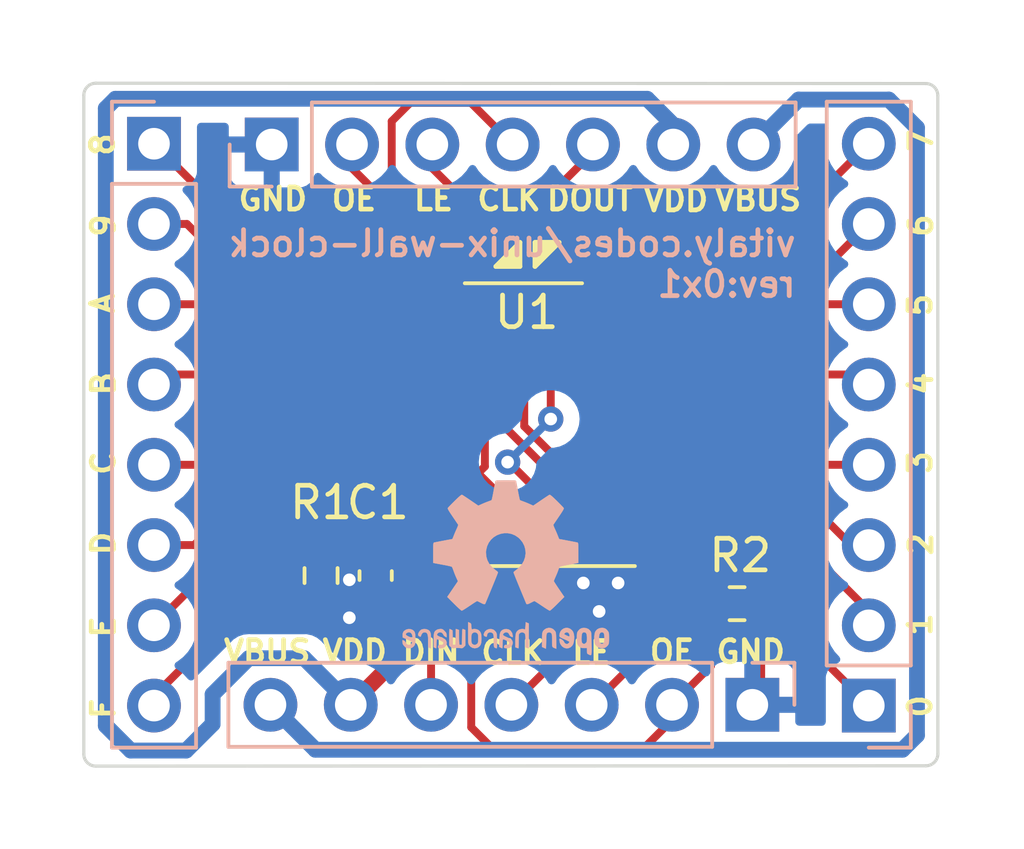
<source format=kicad_pcb>
(kicad_pcb (version 20220427) (generator pcbnew)
  (layers (0 "F.Cu" signal) (31 "B.Cu" signal) (34 "B.Paste" user) (35 "F.Paste" user) (36 "B.SilkS" user "B.Silkscreen") (37 "F.SilkS" user "F.Silkscreen") (38 "B.Mask" user) (39 "F.Mask" user) (44 "Edge.Cuts" user))
  (net 0 "")
  (net 1 "VDD")
  (net 2 "GND")
  (net 3 "Net-(U1-Pad5)")
  (net 4 "Net-(U1-Pad6)")
  (net 5 "Net-(U1-Pad7)")
  (net 6 "Net-(U1-Pad8)")
  (net 7 "Net-(U1-Pad9)")
  (net 8 "Net-(U1-Pad10)")
  (net 9 "Net-(U1-Pad11)")
  (net 10 "Net-(U1-Pad12)")
  (net 11 "Net-(U1-Pad13)")
  (net 12 "Net-(U1-Pad14)")
  (net 13 "Net-(U1-Pad15)")
  (net 14 "Net-(U1-Pad16)")
  (net 15 "Net-(U1-Pad17)")
  (net 16 "Net-(U1-Pad18)")
  (net 17 "Net-(U1-Pad19)")
  (net 18 "Net-(U1-Pad20)")
  (net 19 "Net-(U1-Pad21)")
  (net 20 "Net-(U1-Pad4)")
  (net 21 "Net-(U1-Pad3)")
  (net 22 "Net-(U1-Pad2)")
  (net 23 "VBUS")
  (net 24 "Net-(U1-Pad22)")
  (net 25 "Net-(U1-Pad23)")
  (footprint "Resistor_SMD:R_0603_1608Metric" (layer "F.Cu") (at 143.2052 77.1652 90)
    (fp_text reference "R1" (at 2.3114 0) (layer "F.SilkS"))
    (fp_text value "R_Small")
    (pad "1" smd roundrect locked (at -0.825 0 90) (size 0.8 0.95) (layers "F.Cu" "F.Paste" "F.Mask") (net 2 "GND"))
    (pad "2" smd roundrect locked (at 0.825 0 90) (size 0.8 0.95) (layers "F.Cu" "F.Paste" "F.Mask") (net 25 "Net-(U1-Pad23)"))
  )
  (footprint "Package_SO:QSOP-24_3.9x8.7mm_P0.635mm" (layer "F.Cu") (at 149.606 72.39 180)
    (fp_text reference "U1" (at -0.1016 3.556) (layer "F.SilkS"))
    (fp_text value "STP16CP05")
    (pad "1" smd rect locked (at -2.6543 -3.4925 180) (size 1.6 0.41) (layers "F.Cu" "F.Paste" "F.Mask") (net 2 "GND"))
    (pad "2" smd rect locked (at -2.6543 -2.8575 180) (size 1.6 0.41) (layers "F.Cu" "F.Paste" "F.Mask") (net 22 "Net-(U1-Pad2)"))
    (pad "3" smd rect locked (at -2.6543 -2.2225 180) (size 1.6 0.41) (layers "F.Cu" "F.Paste" "F.Mask") (net 21 "Net-(U1-Pad3)"))
    (pad "4" smd rect locked (at -2.6543 -1.5875 180) (size 1.6 0.41) (layers "F.Cu" "F.Paste" "F.Mask") (net 20 "Net-(U1-Pad4)"))
    (pad "5" smd rect locked (at -2.6543 -0.9525 180) (size 1.6 0.41) (layers "F.Cu" "F.Paste" "F.Mask") (net 3 "Net-(U1-Pad5)"))
    (pad "6" smd rect locked (at -2.6543 -0.3175 180) (size 1.6 0.41) (layers "F.Cu" "F.Paste" "F.Mask") (net 4 "Net-(U1-Pad6)"))
    (pad "7" smd rect locked (at -2.6543 0.3175 180) (size 1.6 0.41) (layers "F.Cu" "F.Paste" "F.Mask") (net 5 "Net-(U1-Pad7)"))
    (pad "8" smd rect locked (at -2.6543 0.9525 180) (size 1.6 0.41) (layers "F.Cu" "F.Paste" "F.Mask") (net 6 "Net-(U1-Pad8)"))
    (pad "9" smd rect locked (at -2.6543 1.5875 180) (size 1.6 0.41) (layers "F.Cu" "F.Paste" "F.Mask") (net 7 "Net-(U1-Pad9)"))
    (pad "10" smd rect locked (at -2.6543 2.2225 180) (size 1.6 0.41) (layers "F.Cu" "F.Paste" "F.Mask") (net 8 "Net-(U1-Pad10)"))
    (pad "11" smd rect locked (at -2.6543 2.8575 180) (size 1.6 0.41) (layers "F.Cu" "F.Paste" "F.Mask") (net 9 "Net-(U1-Pad11)"))
    (pad "12" smd rect locked (at -2.6543 3.4925 180) (size 1.6 0.41) (layers "F.Cu" "F.Paste" "F.Mask") (net 10 "Net-(U1-Pad12)"))
    (pad "13" smd rect locked (at 2.6543 3.4925 180) (size 1.6 0.41) (layers "F.Cu" "F.Paste" "F.Mask") (net 11 "Net-(U1-Pad13)"))
    (pad "14" smd rect locked (at 2.6543 2.8575 180) (size 1.6 0.41) (layers "F.Cu" "F.Paste" "F.Mask") (net 12 "Net-(U1-Pad14)"))
    (pad "15" smd rect locked (at 2.6543 2.2225 180) (size 1.6 0.41) (layers "F.Cu" "F.Paste" "F.Mask") (net 13 "Net-(U1-Pad15)"))
    (pad "16" smd rect locked (at 2.6543 1.5875 180) (size 1.6 0.41) (layers "F.Cu" "F.Paste" "F.Mask") (net 14 "Net-(U1-Pad16)"))
    (pad "17" smd rect locked (at 2.6543 0.9525 180) (size 1.6 0.41) (layers "F.Cu" "F.Paste" "F.Mask") (net 15 "Net-(U1-Pad17)"))
    (pad "18" smd rect locked (at 2.6543 0.3175 180) (size 1.6 0.41) (layers "F.Cu" "F.Paste" "F.Mask") (net 16 "Net-(U1-Pad18)"))
    (pad "19" smd rect locked (at 2.6543 -0.3175 180) (size 1.6 0.41) (layers "F.Cu" "F.Paste" "F.Mask") (net 17 "Net-(U1-Pad19)"))
    (pad "20" smd rect locked (at 2.6543 -0.9525 180) (size 1.6 0.41) (layers "F.Cu" "F.Paste" "F.Mask") (net 18 "Net-(U1-Pad20)"))
    (pad "21" smd rect locked (at 2.6543 -1.5875 180) (size 1.6 0.41) (layers "F.Cu" "F.Paste" "F.Mask") (net 19 "Net-(U1-Pad21)"))
    (pad "22" smd rect locked (at 2.6543 -2.2225 180) (size 1.6 0.41) (layers "F.Cu" "F.Paste" "F.Mask") (net 24 "Net-(U1-Pad22)"))
    (pad "23" smd rect locked (at 2.6543 -2.8575 180) (size 1.6 0.41) (layers "F.Cu" "F.Paste" "F.Mask") (net 25 "Net-(U1-Pad23)"))
    (pad "24" smd rect locked (at 2.6543 -3.4925 180) (size 1.6 0.41) (layers "F.Cu" "F.Paste" "F.Mask") (net 1 "VDD"))
  )
  (footprint "Resistor_SMD:R_0603_1608Metric" (layer "F.Cu") (at 156.3624 78.0542 180)
    (fp_text reference "R2" (at -0.1016 1.524) (layer "F.SilkS"))
    (fp_text value "NP")
    (pad "1" smd roundrect locked (at -0.825 0 180) (size 0.8 0.95) (layers "F.Cu" "F.Paste" "F.Mask") (net 2 "GND"))
    (pad "2" smd roundrect locked (at 0.825 0 180) (size 0.8 0.95) (layers "F.Cu" "F.Paste" "F.Mask") (net 19 "Net-(U1-Pad21)"))
  )
  (footprint "Capacitor_SMD:C_0603_1608Metric" (layer "F.Cu") (at 144.9324 77.1652 -90)
    (fp_text reference "C1" (at -2.3114 -0.0676) (layer "F.SilkS"))
    (fp_text value "10uF")
    (pad "1" smd roundrect locked (at -0.775 0 270) (size 0.9 0.95) (layers "F.Cu" "F.Paste" "F.Mask") (net 1 "VDD"))
    (pad "2" smd roundrect locked (at 0.775 0 270) (size 0.9 0.95) (layers "F.Cu" "F.Paste" "F.Mask") (net 2 "GND"))
  )
  (footprint "Connector_PinSocket_2.54mm:PinSocket_1x07_P2.54mm_Vertical" (layer "B.Cu") (at 156.845 81.255 90)
    (fp_text reference "J4" hide)
    (fp_text value "Conn_01x07_Female")
    (pad "1" thru_hole rect locked (at 0 0 90) (size 1.7 1.7) (drill 1) (layers *.Cu *.Mask) (net 2 "GND"))
    (pad "2" thru_hole oval locked (at 0 -2.54 90) (size 1.7 1.7) (drill 1) (layers *.Cu *.Mask) (net 19 "Net-(U1-Pad21)"))
    (pad "3" thru_hole oval locked (at 0 -5.08 90) (size 1.7 1.7) (drill 1) (layers *.Cu *.Mask) (net 20 "Net-(U1-Pad4)"))
    (pad "4" thru_hole oval locked (at 0 -7.62 90) (size 1.7 1.7) (drill 1) (layers *.Cu *.Mask) (net 21 "Net-(U1-Pad3)"))
    (pad "5" thru_hole oval locked (at 0 -10.16 90) (size 1.7 1.7) (drill 1) (layers *.Cu *.Mask) (net 24 "Net-(U1-Pad22)"))
    (pad "6" thru_hole oval locked (at 0 -12.7 90) (size 1.7 1.7) (drill 1) (layers *.Cu *.Mask) (net 1 "VDD"))
    (pad "7" thru_hole oval locked (at 0 -15.24 90) (size 1.7 1.7) (drill 1) (layers *.Cu *.Mask) (net 23 "VBUS"))
  )
  (footprint "Symbol:OSHW-Logo2_7.3x6mm_SilkScreen" (layer "B.Cu") (at 149.0472 76.9112 180)
    (fp_text reference "REF**" hide)
    (fp_text value "OSHW-Logo2_7.3x6mm_SilkScreen" hide)
  )
  (footprint "Connector_PinSocket_2.54mm:PinSocket_1x07_P2.54mm_Vertical" (layer "B.Cu") (at 141.645 63.525 -90)
    (fp_text reference "J3" hide)
    (fp_text value "Conn_01x07_Female")
    (pad "1" thru_hole rect locked (at 0 0 270) (size 1.7 1.7) (drill 1) (layers *.Cu *.Mask) (net 2 "GND"))
    (pad "2" thru_hole oval locked (at 0 -2.54 270) (size 1.7 1.7) (drill 1) (layers *.Cu *.Mask) (net 19 "Net-(U1-Pad21)"))
    (pad "3" thru_hole oval locked (at 0 -5.08 270) (size 1.7 1.7) (drill 1) (layers *.Cu *.Mask) (net 20 "Net-(U1-Pad4)"))
    (pad "4" thru_hole oval locked (at 0 -7.62 270) (size 1.7 1.7) (drill 1) (layers *.Cu *.Mask) (net 21 "Net-(U1-Pad3)"))
    (pad "5" thru_hole oval locked (at 0 -10.16 270) (size 1.7 1.7) (drill 1) (layers *.Cu *.Mask) (net 22 "Net-(U1-Pad2)"))
    (pad "6" thru_hole oval locked (at 0 -12.7 270) (size 1.7 1.7) (drill 1) (layers *.Cu *.Mask) (net 1 "VDD"))
    (pad "7" thru_hole oval locked (at 0 -15.24 270) (size 1.7 1.7) (drill 1) (layers *.Cu *.Mask) (net 23 "VBUS"))
  )
  (footprint "Connector_PinSocket_2.54mm:PinSocket_1x08_P2.54mm_Vertical" (layer "B.Cu") (at 137.922 63.5 180)
    (fp_text reference "J2" hide)
    (fp_text value "Conn_01x08_Female")
    (pad "1" thru_hole rect locked (at 0 0 180) (size 1.7 1.7) (drill 1) (layers *.Cu *.Mask) (net 11 "Net-(U1-Pad13)"))
    (pad "2" thru_hole oval locked (at 0 -2.54 180) (size 1.7 1.7) (drill 1) (layers *.Cu *.Mask) (net 12 "Net-(U1-Pad14)"))
    (pad "3" thru_hole oval locked (at 0 -5.08 180) (size 1.7 1.7) (drill 1) (layers *.Cu *.Mask) (net 13 "Net-(U1-Pad15)"))
    (pad "4" thru_hole oval locked (at 0 -7.62 180) (size 1.7 1.7) (drill 1) (layers *.Cu *.Mask) (net 14 "Net-(U1-Pad16)"))
    (pad "5" thru_hole oval locked (at 0 -10.16 180) (size 1.7 1.7) (drill 1) (layers *.Cu *.Mask) (net 15 "Net-(U1-Pad17)"))
    (pad "6" thru_hole oval locked (at 0 -12.7 180) (size 1.7 1.7) (drill 1) (layers *.Cu *.Mask) (net 16 "Net-(U1-Pad18)"))
    (pad "7" thru_hole oval locked (at 0 -15.24 180) (size 1.7 1.7) (drill 1) (layers *.Cu *.Mask) (net 17 "Net-(U1-Pad19)"))
    (pad "8" thru_hole oval locked (at 0 -17.78 180) (size 1.7 1.7) (drill 1) (layers *.Cu *.Mask) (net 18 "Net-(U1-Pad20)"))
  )
  (footprint "Connector_PinSocket_2.54mm:PinSocket_1x08_P2.54mm_Vertical" (layer "B.Cu") (at 160.528 81.28)
    (fp_text reference "J1" hide)
    (fp_text value "Conn_01x08_Female")
    (pad "1" thru_hole rect locked (at 0 0) (size 1.7 1.7) (drill 1) (layers *.Cu *.Mask) (net 3 "Net-(U1-Pad5)"))
    (pad "2" thru_hole oval locked (at 0 -2.54) (size 1.7 1.7) (drill 1) (layers *.Cu *.Mask) (net 4 "Net-(U1-Pad6)"))
    (pad "3" thru_hole oval locked (at 0 -5.08) (size 1.7 1.7) (drill 1) (layers *.Cu *.Mask) (net 5 "Net-(U1-Pad7)"))
    (pad "4" thru_hole oval locked (at 0 -7.62) (size 1.7 1.7) (drill 1) (layers *.Cu *.Mask) (net 6 "Net-(U1-Pad8)"))
    (pad "5" thru_hole oval locked (at 0 -10.16) (size 1.7 1.7) (drill 1) (layers *.Cu *.Mask) (net 7 "Net-(U1-Pad9)"))
    (pad "6" thru_hole oval locked (at 0 -12.7) (size 1.7 1.7) (drill 1) (layers *.Cu *.Mask) (net 8 "Net-(U1-Pad10)"))
    (pad "7" thru_hole oval locked (at 0 -15.24) (size 1.7 1.7) (drill 1) (layers *.Cu *.Mask) (net 9 "Net-(U1-Pad11)"))
    (pad "8" thru_hole oval locked (at 0 -17.78) (size 1.7 1.7) (drill 1) (layers *.Cu *.Mask) (net 10 "Net-(U1-Pad12)"))
  )
  (gr_line (start 136.083208 61.585008) (end 162.329346 61.595) (stroke (width 0.1)) (layer "Edge.Cuts"))
  (gr_arc (start 136.083208 83.194992) (mid 135.8138 83.0834) (end 135.702208 82.813992) (stroke (width 0.1)) (layer "Edge.Cuts"))
  (gr_arc (start 135.702208 61.966008) (mid 135.8138 61.6966) (end 136.083208 61.585008) (stroke (width 0.1)) (layer "Edge.Cuts"))
  (gr_arc (start 162.329346 61.595) (mid 162.598754 61.706592) (end 162.710346 61.976) (stroke (width 0.1)) (layer "Edge.Cuts"))
  (gr_arc (start 162.7124 82.804) (mid 162.600808 83.073408) (end 162.3314 83.185) (stroke (width 0.1)) (layer "Edge.Cuts"))
  (gr_line (start 162.3314 83.185) (end 136.083208 83.194992) (stroke (width 0.1)) (layer "Edge.Cuts"))
  (gr_line (start 135.702208 82.813992) (end 135.702208 61.966008) (stroke (width 0.1)) (layer "Edge.Cuts"))
  (gr_line (start 162.710346 61.976) (end 162.7124 82.804) (stroke (width 0.1)) (layer "Edge.Cuts"))
  (gr_text "vitaly.codes/unix-wall-clock\nrev:0x1" (at 158.3 67.3) (layer "B.SilkS") (effects (font (size 0.8 0.8)) (justify left mirror)))
  (gr_text "C" (at 136.3218 73.6092 90) (layer "F.SilkS") (effects (font (size 0.7 0.7))))
  (gr_text "CLK\n" (at 149.1488 65.2526) (layer "F.SilkS") (effects (font (size 0.7 0.7))))
  (gr_text "LE" (at 151.765 79.6036) (layer "F.SilkS") (effects (font (size 0.7 0.7))))
  (gr_text "4" (at 162.179 71.0946 90) (layer "F.SilkS") (effects (font (size 0.7 0.7))))
  (gr_text "DOUT" (at 151.7142 65.2526) (layer "F.SilkS") (effects (font (size 0.7 0.7))))
  (gr_text "VDD\n" (at 154.432 65.278) (layer "F.SilkS") (effects (font (size 0.7 0.7))))
  (gr_text "9" (at 136.3218 66.0908 90) (layer "F.SilkS") (effects (font (size 0.7 0.7))))
  (gr_text "E" (at 136.3218 78.7908 90) (layer "F.SilkS") (effects (font (size 0.7 0.7))))
  (gr_text "GND" (at 141.6812 65.2526) (layer "F.SilkS") (effects (font (size 0.7 0.7))))
  (gr_text "6" (at 162.179 66.0908 90) (layer "F.SilkS") (effects (font (size 0.7 0.7))))
  (gr_text "CLK\n" (at 149.2758 79.6036) (layer "F.SilkS") (effects (font (size 0.7 0.7))))
  (gr_text "2" (at 162.179 76.1746 90) (layer "F.SilkS") (effects (font (size 0.7 0.7))))
  (gr_text "D" (at 136.3218 76.1492 90) (layer "F.SilkS") (effects (font (size 0.7 0.7))))
  (gr_text "◢◤" (at 149.733 66.929) (layer "F.SilkS") (effects (font (size 1 1))))
  (gr_text "OE" (at 144.2466 65.2526) (layer "F.SilkS") (effects (font (size 0.7 0.7))))
  (gr_text "F" (at 136.3218 81.3816 90) (layer "F.SilkS") (effects (font (size 0.7 0.7))))
  (gr_text "0\n" (at 162.1536 81.3054 90) (layer "F.SilkS") (effects (font (size 0.7 0.7))))
  (gr_text "VDD\n" (at 144.272 79.5782) (layer "F.SilkS") (effects (font (size 0.7 0.7))))
  (gr_text "VBUS\n" (at 157.0228 65.2526) (layer "F.SilkS") (effects (font (size 0.7 0.7))))
  (gr_text "7" (at 162.179 63.3984 90) (layer "F.SilkS") (effects (font (size 0.7 0.7))))
  (gr_text "A" (at 136.2964 68.5546 90) (layer "F.SilkS") (effects (font (size 0.7 0.7))))
  (gr_text "GND" (at 156.7942 79.5782) (layer "F.SilkS") (effects (font (size 0.7 0.7))))
  (gr_text "OE" (at 154.305 79.5782) (layer "F.SilkS") (effects (font (size 0.7 0.7))))
  (gr_text "1" (at 162.1536 78.7146 90) (layer "F.SilkS") (effects (font (size 0.7 0.7))))
  (gr_text "8" (at 136.2964 63.5254 90) (layer "F.SilkS") (effects (font (size 0.7 0.7))))
  (gr_text "DIN\n" (at 146.685 79.5782) (layer "F.SilkS") (effects (font (size 0.7 0.7))))
  (gr_text "5" (at 162.1536 68.6054 90) (layer "F.SilkS") (effects (font (size 0.7 0.7))))
  (gr_text "VBUS\n" (at 141.5034 79.5782) (layer "F.SilkS") (effects (font (size 0.7 0.7))))
  (gr_text "3" (at 162.1536 73.5838 90) (layer "F.SilkS") (effects (font (size 0.7 0.7))))
  (gr_text "B" (at 136.3218 71.0946 90) (layer "F.SilkS") (effects (font (size 0.7 0.7))))
  (gr_text "LE" (at 146.7612 65.2526) (layer "F.SilkS") (effects (font (size 0.7 0.7))))
  (segment (start 145.4401 75.8825) (end 144.9324 76.3902) (width 0.4) (layer "F.Cu") (net 1))
  (segment (start 145.81692 79.58308) (end 145.81692 77.27472) (width 0.5) (layer "F.Cu") (net 1))
  (segment (start 146.9517 75.8825) (end 145.4401 75.8825) (width 0.4) (layer "F.Cu") (net 1))
  (segment (start 145.81692 77.27472) (end 144.9324 76.3902) (width 0.5) (layer "F.Cu") (net 1))
  (segment (start 144.145 81.255) (end 145.81692 79.58308) (width 0.5) (layer "F.Cu") (net 1))
  (segment (start 138.938 82.7024) (end 139.7762 81.8642) (width 0.5) (layer "B.Cu") (net 1))
  (segment (start 136.398 81.915) (end 137.1854 82.7024) (width 0.5) (layer "B.Cu") (net 1))
  (segment (start 137.1854 82.7024) (end 138.938 82.7024) (width 0.5) (layer "B.Cu") (net 1))
  (segment (start 136.398 62.3824) (end 136.398 81.915) (width 0.5) (layer "B.Cu") (net 1))
  (segment (start 142.6714 79.7814) (end 144.145 81.255) (width 0.5) (layer "B.Cu") (net 1))
  (segment (start 139.7762 80.9244) (end 140.9192 79.7814) (width 0.5) (layer "B.Cu") (net 1))
  (segment (start 140.9192 79.7814) (end 142.6714 79.7814) (width 0.5) (layer "B.Cu") (net 1))
  (segment (start 154.345 63.525) (end 154.345 62.905) (width 0.5) (layer "B.Cu") (net 1))
  (segment (start 136.7028 62.0776) (end 136.398 62.3824) (width 0.5) (layer "B.Cu") (net 1))
  (segment (start 139.7762 81.8642) (end 139.7762 80.9244) (width 0.5) (layer "B.Cu") (net 1))
  (segment (start 154.345 62.905) (end 153.5176 62.0776) (width 0.5) (layer "B.Cu") (net 1))
  (segment (start 153.5176 62.0776) (end 136.7028 62.0776) (width 0.5) (layer "B.Cu") (net 1))
  (segment (start 144.1 77.3) (end 144.3 77.5) (width 0.5) (layer "F.Cu") (net 2))
  (segment (start 144.1 77.3) (end 143.9 77.5) (width 0.5) (layer "F.Cu") (net 2))
  (segment (start 157.1244 78.1172) (end 157.1874 78.0542) (width 0.25) (layer "F.Cu") (net 2))
  (segment (start 144.3 77.5) (end 144.3 78.3) (width 0.5) (layer "F.Cu") (net 2))
  (segment (start 144.9324 77.9402) (end 143.2552 77.9402) (width 0.5) (layer "F.Cu") (net 2))
  (segment (start 143.9 77.5) (end 143.9 78.3) (width 0.5) (layer "F.Cu") (net 2))
  (segment (start 157.1244 80.9756) (end 157.1244 78.1172) (width 0.25) (layer "F.Cu") (net 2))
  (segment (start 143.2552 77.9402) (end 143.2052 77.9902) (width 0.25) (layer "F.Cu") (net 2))
  (segment (start 143.9 78.3) (end 144.1 78.5) (width 0.5) (layer "F.Cu") (net 2))
  (segment (start 156.845 81.255) (end 157.1244 80.9756) (width 0.25) (layer "F.Cu") (net 2))
  (segment (start 144.3 78.3) (end 144.1 78.5) (width 0.5) (layer "F.Cu") (net 2))
  (via (at 144.1 77.3) (size 0.8) (drill 0.4) (layers "F.Cu" "B.Cu") (net 2))
  (via (at 151.5 77.4) (size 0.8) (drill 0.4) (layers "F.Cu" "B.Cu") (net 2))
  (via (at 152.6 77.4) (size 0.8) (drill 0.4) (layers "F.Cu" "B.Cu") (net 2))
  (via (at 152 78.3) (size 0.8) (drill 0.4) (layers "F.Cu" "B.Cu") (net 2))
  (via (at 144.1 78.5) (size 0.8) (drill 0.4) (layers "F.Cu" "B.Cu") (net 2))
  (segment (start 160.528 81.28) (end 158.9278 79.6798) (width 0.25) (layer "F.Cu") (net 3))
  (segment (start 154.3685 73.3425) (end 152.2603 73.3425) (width 0.25) (layer "F.Cu") (net 3))
  (segment (start 158.9278 79.6798) (end 158.9278 77.9018) (width 0.25) (layer "F.Cu") (net 3))
  (segment (start 158.9278 77.9018) (end 154.3685 73.3425) (width 0.25) (layer "F.Cu") (net 3))
  (segment (start 160.528 78.2828) (end 160.528 78.74) (width 0.25) (layer "F.Cu") (net 4))
  (segment (start 152.2603 72.7075) (end 154.9527 72.7075) (width 0.25) (layer "F.Cu") (net 4))
  (segment (start 154.9527 72.7075) (end 160.528 78.2828) (width 0.25) (layer "F.Cu") (net 4))
  (segment (start 152.2603 72.0725) (end 155.8417 72.0725) (width 0.25) (layer "F.Cu") (net 5))
  (segment (start 155.8417 72.0725) (end 159.9692 76.2) (width 0.25) (layer "F.Cu") (net 5))
  (segment (start 159.9692 76.2) (end 160.528 76.2) (width 0.25) (layer "F.Cu") (net 5))
  (segment (start 152.2603 71.4375) (end 156.5783 71.4375) (width 0.25) (layer "F.Cu") (net 6))
  (segment (start 158.8008 73.66) (end 160.528 73.66) (width 0.25) (layer "F.Cu") (net 6))
  (segment (start 156.5783 71.4375) (end 158.8008 73.66) (width 0.25) (layer "F.Cu") (net 6))
  (segment (start 152.2603 70.8025) (end 160.2105 70.8025) (width 0.25) (layer "F.Cu") (net 7))
  (segment (start 160.2105 70.8025) (end 160.528 71.12) (width 0.25) (layer "F.Cu") (net 7))
  (segment (start 158.9532 68.58) (end 160.528 68.58) (width 0.25) (layer "F.Cu") (net 8))
  (segment (start 152.2603 70.1675) (end 157.3657 70.1675) (width 0.25) (layer "F.Cu") (net 8))
  (segment (start 157.3657 70.1675) (end 158.9532 68.58) (width 0.25) (layer "F.Cu") (net 8))
  (segment (start 157.0355 69.5325) (end 160.528 66.04) (width 0.25) (layer "F.Cu") (net 9))
  (segment (start 152.2603 69.5325) (end 157.0355 69.5325) (width 0.25) (layer "F.Cu") (net 9))
  (segment (start 156.2735 68.8975) (end 158.9278 66.2432) (width 0.25) (layer "F.Cu") (net 10))
  (segment (start 158.9278 66.2432) (end 158.9278 65.1002) (width 0.25) (layer "F.Cu") (net 10))
  (segment (start 152.2603 68.8975) (end 156.2735 68.8975) (width 0.25) (layer "F.Cu") (net 10))
  (segment (start 158.9278 65.1002) (end 160.528 63.5) (width 0.25) (layer "F.Cu") (net 10))
  (segment (start 143.3195 68.8975) (end 146.9517 68.8975) (width 0.25) (layer "F.Cu") (net 11))
  (segment (start 137.922 63.5) (end 143.3195 68.8975) (width 0.25) (layer "F.Cu") (net 11))
  (segment (start 137.922 66.04) (end 138.9634 66.04) (width 0.25) (layer "F.Cu") (net 12))
  (segment (start 142.4559 69.5325) (end 146.9517 69.5325) (width 0.25) (layer "F.Cu") (net 12))
  (segment (start 138.9634 66.04) (end 142.4559 69.5325) (width 0.25) (layer "F.Cu") (net 12))
  (segment (start 137.922 68.58) (end 139.7508 68.58) (width 0.25) (layer "F.Cu") (net 13))
  (segment (start 139.7508 68.58) (end 141.3383 70.1675) (width 0.25) (layer "F.Cu") (net 13))
  (segment (start 141.3383 70.1675) (end 146.9517 70.1675) (width 0.25) (layer "F.Cu") (net 13))
  (segment (start 138.2395 70.8025) (end 146.9517 70.8025) (width 0.25) (layer "F.Cu") (net 14))
  (segment (start 137.922 71.12) (end 138.2395 70.8025) (width 0.25) (layer "F.Cu") (net 14))
  (segment (start 137.922 73.66) (end 139.7508 73.66) (width 0.25) (layer "F.Cu") (net 15))
  (segment (start 141.9733 71.4375) (end 146.9517 71.4375) (width 0.25) (layer "F.Cu") (net 15))
  (segment (start 139.7508 73.66) (end 141.9733 71.4375) (width 0.25) (layer "F.Cu") (net 15))
  (segment (start 143.3195 72.0725) (end 146.9517 72.0725) (width 0.25) (layer "F.Cu") (net 16))
  (segment (start 139.192 76.2) (end 143.3195 72.0725) (width 0.25) (layer "F.Cu") (net 16))
  (segment (start 137.922 76.2) (end 139.192 76.2) (width 0.25) (layer "F.Cu") (net 16))
  (segment (start 137.922 78.74) (end 143.9545 72.7075) (width 0.25) (layer "F.Cu") (net 17))
  (segment (start 143.9545 72.7075) (end 146.9517 72.7075) (width 0.25) (layer "F.Cu") (net 17))
  (segment (start 139.8016 79.0956) (end 139.8016 77.978) (width 0.25) (layer "F.Cu") (net 18))
  (segment (start 139.8016 77.978) (end 144.4371 73.3425) (width 0.25) (layer "F.Cu") (net 18))
  (segment (start 144.4371 73.3425) (end 146.9517 73.3425) (width 0.25) (layer "F.Cu") (net 18))
  (segment (start 137.922 81.28) (end 137.922 80.9752) (width 0.25) (layer "F.Cu") (net 18))
  (segment (start 137.922 80.9752) (end 139.8016 79.0956) (width 0.25) (layer "F.Cu") (net 18))
  (segment (start 146.9517 73.9775) (end 148.2217 73.9775) (width 0.25) (layer "F.Cu") (net 19))
  (segment (start 153.3398 82.7024) (end 154.305 81.7372) (width 0.25) (layer "F.Cu") (net 19))
  (segment (start 147.955 78.8162) (end 147.955 81.9658) (width 0.25) (layer "F.Cu") (net 19))
  (segment (start 148.6916 82.7024) (end 153.3398 82.7024) (width 0.25) (layer "F.Cu") (net 19))
  (segment (start 148.2217 73.9775) (end 149.098 74.8538) (width 0.25) (layer "F.Cu") (net 19))
  (segment (start 148.1225 73.9775) (end 148.3868 73.7132) (width 0.25) (layer "F.Cu") (net 19))
  (segment (start 148.3868 68.4784) (end 144.185 64.2766) (width 0.25) (layer "F.Cu") (net 19))
  (segment (start 149.098 74.8538) (end 149.098 77.6732) (width 0.25) (layer "F.Cu") (net 19))
  (segment (start 147.955 81.9658) (end 148.6916 82.7024) (width 0.25) (layer "F.Cu") (net 19))
  (segment (start 155.5374 80.0226) (end 155.5374 78.0542) (width 0.25) (layer "F.Cu") (net 19))
  (segment (start 154.305 81.7372) (end 154.305 81.255) (width 0.25) (layer "F.Cu") (net 19))
  (segment (start 149.098 77.6732) (end 147.955 78.8162) (width 0.25) (layer "F.Cu") (net 19))
  (segment (start 148.3868 73.7132) (end 148.3868 68.4784) (width 0.25) (layer "F.Cu") (net 19))
  (segment (start 146.9517 73.9775) (end 148.1225 73.9775) (width 0.25) (layer "F.Cu") (net 19))
  (segment (start 144.185 64.2766) (end 144.185 63.525) (width 0.25) (layer "F.Cu") (net 19))
  (segment (start 154.305 81.255) (end 155.5374 80.0226) (width 0.25) (layer "F.Cu") (net 19))
  (segment (start 146.725 63.525) (end 146.725 64.2766) (width 0.25) (layer "F.Cu") (net 20))
  (segment (start 146.725 64.2766) (end 149.6314 67.183) (width 0.25) (layer "F.Cu") (net 20))
  (segment (start 149.6314 67.183) (end 149.6314 72.4408) (width 0.25) (layer "F.Cu") (net 20))
  (segment (start 151.1681 73.9775) (end 152.2603 73.9775) (width 0.25) (layer "F.Cu") (net 20))
  (segment (start 149.6314 72.4408) (end 151.1681 73.9775) (width 0.25) (layer "F.Cu") (net 20))
  (segment (start 152.2603 73.9775) (end 153.9367 73.9775) (width 0.25) (layer "F.Cu") (net 20))
  (segment (start 154.6352 74.676) (end 154.6352 78.4098) (width 0.25) (layer "F.Cu") (net 20))
  (segment (start 151.79 81.255) (end 151.765 81.255) (width 0.25) (layer "F.Cu") (net 20))
  (segment (start 154.6352 78.4098) (end 151.79 81.255) (width 0.25) (layer "F.Cu") (net 20))
  (segment (start 153.9367 73.9775) (end 154.6352 74.676) (width 0.25) (layer "F.Cu") (net 20))
  (segment (start 149.225 81.255) (end 150.8256 79.6544) (width 0.25) (layer "F.Cu") (net 21))
  (segment (start 145.4404 62.7888) (end 145.4404 64.389) (width 0.25) (layer "F.Cu") (net 21))
  (segment (start 150.8256 79.6544) (end 152.6032 79.6544) (width 0.25) (layer "F.Cu") (net 21))
  (segment (start 154.0764 75.124586) (end 153.564314 74.6125) (width 0.25) (layer "F.Cu") (net 21))
  (segment (start 148.971 72.416118) (end 151.167382 74.6125) (width 0.25) (layer "F.Cu") (net 21))
  (segment (start 148.971 67.9196) (end 148.971 72.416118) (width 0.25) (layer "F.Cu") (net 21))
  (segment (start 151.167382 74.6125) (end 152.2603 74.6125) (width 0.25) (layer "F.Cu") (net 21))
  (segment (start 146.0246 62.2046) (end 145.4404 62.7888) (width 0.25) (layer "F.Cu") (net 21))
  (segment (start 154.0764 78.1812) (end 154.0764 75.124586) (width 0.25) (layer "F.Cu") (net 21))
  (segment (start 145.4404 64.389) (end 148.971 67.9196) (width 0.25) (layer "F.Cu") (net 21))
  (segment (start 149.265 63.525) (end 147.9446 62.2046) (width 0.25) (layer "F.Cu") (net 21))
  (segment (start 152.6032 79.6544) (end 154.0764 78.1812) (width 0.25) (layer "F.Cu") (net 21))
  (segment (start 153.564314 74.6125) (end 152.2603 74.6125) (width 0.25) (layer "F.Cu") (net 21))
  (segment (start 147.9446 62.2046) (end 146.0246 62.2046) (width 0.25) (layer "F.Cu") (net 21))
  (segment (start 150.4696 72.2122) (end 150.4696 65.1002) (width 0.25) (layer "F.Cu") (net 22))
  (segment (start 150.4696 65.1002) (end 151.805 63.7648) (width 0.25) (layer "F.Cu") (net 22))
  (segment (start 149.106042 73.575758) (end 149.140758 73.575758) (width 0.25) (layer "F.Cu") (net 22))
  (segment (start 151.805 63.7648) (end 151.805 63.525) (width 0.25) (layer "F.Cu") (net 22))
  (segment (start 149.140758 73.575758) (end 150.8125 75.2475) (width 0.25) (layer "F.Cu") (net 22))
  (segment (start 150.8125 75.2475) (end 152.2603 75.2475) (width 0.25) (layer "F.Cu") (net 22))
  (via (at 149.106042 73.575758) (size 0.8) (drill 0.4) (layers "F.Cu" "B.Cu") (net 22))
  (via (at 150.4696 72.2122) (size 0.8) (drill 0.4) (layers "F.Cu" "B.Cu") (net 22))
  (segment (start 149.106042 73.575758) (end 150.4696 72.2122) (width 0.25) (layer "B.Cu") (net 22))
  (segment (start 158.307 62.103) (end 161.163 62.103) (width 0.5) (layer "B.Cu") (net 23))
  (segment (start 162.052 62.992) (end 162.052 82.2198) (width 0.5) (layer "B.Cu") (net 23))
  (segment (start 156.885 63.525) (end 158.307 62.103) (width 0.5) (layer "B.Cu") (net 23))
  (segment (start 161.163 62.103) (end 162.052 62.992) (width 0.5) (layer "B.Cu") (net 23))
  (segment (start 162.052 82.2198) (end 161.5948 82.677) (width 0.5) (layer "B.Cu") (net 23))
  (segment (start 161.5948 82.677) (end 143.027 82.677) (width 0.5) (layer "B.Cu") (net 23))
  (segment (start 143.027 82.677) (end 141.605 81.255) (width 0.5) (layer "B.Cu") (net 23))
  (segment (start 148.0017 74.6125) (end 148.3868 74.9976) (width 0.25) (layer "F.Cu") (net 24))
  (segment (start 146.9517 74.6125) (end 148.0017 74.6125) (width 0.25) (layer "F.Cu") (net 24))
  (segment (start 148.3868 74.9976) (end 148.3868 77.47) (width 0.25) (layer "F.Cu") (net 24))
  (segment (start 148.3868 77.47) (end 146.685 79.1718) (width 0.25) (layer "F.Cu") (net 24))
  (segment (start 146.685 79.1718) (end 146.685 81.255) (width 0.25) (layer "F.Cu") (net 24))
  (segment (start 143.2052 75.8444) (end 143.8021 75.2475) (width 0.25) (layer "F.Cu") (net 25))
  (segment (start 143.2052 76.3402) (end 143.2052 75.8444) (width 0.25) (layer "F.Cu") (net 25))
  (segment (start 143.8021 75.2475) (end 146.9517 75.2475) (width 0.25) (layer "F.Cu") (net 25))
  (zone (net 2) (net_name "GND") (layer "F.Cu") (connect_pads yes (clearance 0.508)) (min_thickness 0.254) (fill yes (thermal_gap 0.508) (thermal_bridge_width 0.508))
    (polygon (pts (xy 153.3 75.632694) (xy 153.29404 78.819594) (xy 150.866746 78.80194) (xy 150.8998 75.545546) (xy 153.0602 75.5412)))
  )
  (zone (net 2) (net_name "GND") (layer "B.Cu") (connect_pads thru_hole_only (clearance 0.508)) (min_thickness 0.254) (fill yes (thermal_gap 0.508) (thermal_bridge_width 0.508))
    (polygon (pts (xy 163.449 83.693) (xy 135.0518 83.693) (xy 135.0518 61.0616) (xy 163.449 61.0616)))
  )
)
</source>
